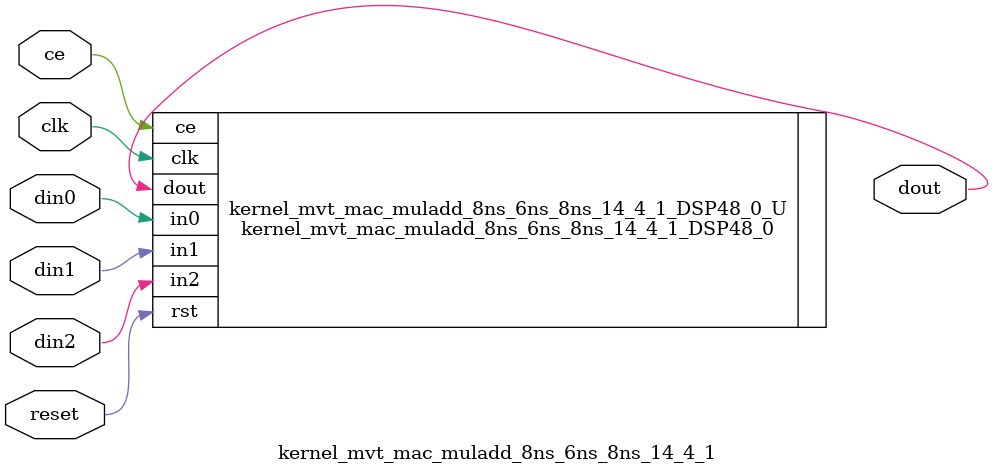
<source format=v>

module kernel_mvt_mac_muladd_8ns_6ns_8ns_14_4_1(clk,reset,ce,din0,din1,din2,dout);  
parameter ID = 32'd1;
parameter NUM_STAGE = 32'd1;
parameter din0_WIDTH = 32'd1;
parameter din1_WIDTH = 32'd1;
parameter din2_WIDTH = 32'd1;
parameter dout_WIDTH = 32'd1;
input clk;
input reset;
input ce;
input[din0_WIDTH - 1:0] din0;
input[din1_WIDTH - 1:0] din1;
input[din2_WIDTH - 1:0] din2;
output[dout_WIDTH - 1:0] dout;
kernel_mvt_mac_muladd_8ns_6ns_8ns_14_4_1_DSP48_0 kernel_mvt_mac_muladd_8ns_6ns_8ns_14_4_1_DSP48_0_U(.clk( clk ),.rst( reset ),.ce( ce ),.in0( din0 ),.in1( din1 ),.in2( din2 ),.dout( dout ));
endmodule

</source>
